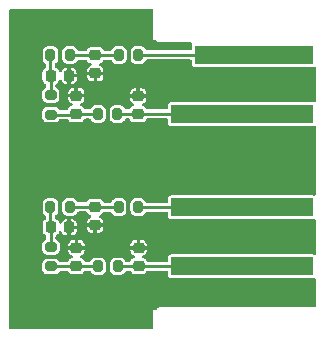
<source format=gtl>
G04 #@! TF.GenerationSoftware,KiCad,Pcbnew,(6.0.0)*
G04 #@! TF.CreationDate,2022-02-22T08:31:50+01:00*
G04 #@! TF.ProjectId,FilterDaughterboard,46696c74-6572-4446-9175-676874657262,rev?*
G04 #@! TF.SameCoordinates,Original*
G04 #@! TF.FileFunction,Copper,L1,Top*
G04 #@! TF.FilePolarity,Positive*
%FSLAX46Y46*%
G04 Gerber Fmt 4.6, Leading zero omitted, Abs format (unit mm)*
G04 Created by KiCad (PCBNEW (6.0.0)) date 2022-02-22 08:31:50*
%MOMM*%
%LPD*%
G01*
G04 APERTURE LIST*
G04 Aperture macros list*
%AMRoundRect*
0 Rectangle with rounded corners*
0 $1 Rounding radius*
0 $2 $3 $4 $5 $6 $7 $8 $9 X,Y pos of 4 corners*
0 Add a 4 corners polygon primitive as box body*
4,1,4,$2,$3,$4,$5,$6,$7,$8,$9,$2,$3,0*
0 Add four circle primitives for the rounded corners*
1,1,$1+$1,$2,$3*
1,1,$1+$1,$4,$5*
1,1,$1+$1,$6,$7*
1,1,$1+$1,$8,$9*
0 Add four rect primitives between the rounded corners*
20,1,$1+$1,$2,$3,$4,$5,0*
20,1,$1+$1,$4,$5,$6,$7,0*
20,1,$1+$1,$6,$7,$8,$9,0*
20,1,$1+$1,$8,$9,$2,$3,0*%
G04 Aperture macros list end*
G04 #@! TA.AperFunction,SMDPad,CuDef*
%ADD10RoundRect,0.225000X0.250000X-0.225000X0.250000X0.225000X-0.250000X0.225000X-0.250000X-0.225000X0*%
G04 #@! TD*
G04 #@! TA.AperFunction,SMDPad,CuDef*
%ADD11RoundRect,0.200000X-0.200000X-0.275000X0.200000X-0.275000X0.200000X0.275000X-0.200000X0.275000X0*%
G04 #@! TD*
G04 #@! TA.AperFunction,SMDPad,CuDef*
%ADD12RoundRect,0.200000X0.275000X-0.200000X0.275000X0.200000X-0.275000X0.200000X-0.275000X-0.200000X0*%
G04 #@! TD*
G04 #@! TA.AperFunction,SMDPad,CuDef*
%ADD13RoundRect,0.200000X0.200000X0.275000X-0.200000X0.275000X-0.200000X-0.275000X0.200000X-0.275000X0*%
G04 #@! TD*
G04 #@! TA.AperFunction,SMDPad,CuDef*
%ADD14RoundRect,0.200000X-0.275000X0.200000X-0.275000X-0.200000X0.275000X-0.200000X0.275000X0.200000X0*%
G04 #@! TD*
G04 #@! TA.AperFunction,SMDPad,CuDef*
%ADD15R,10.000000X1.500000*%
G04 #@! TD*
G04 #@! TA.AperFunction,SMDPad,CuDef*
%ADD16R,11.999999X1.500000*%
G04 #@! TD*
G04 #@! TA.AperFunction,SMDPad,CuDef*
%ADD17RoundRect,0.225000X-0.225000X-0.250000X0.225000X-0.250000X0.225000X0.250000X-0.225000X0.250000X0*%
G04 #@! TD*
G04 #@! TA.AperFunction,SMDPad,CuDef*
%ADD18RoundRect,0.225000X-0.250000X0.225000X-0.250000X-0.225000X0.250000X-0.225000X0.250000X0.225000X0*%
G04 #@! TD*
G04 #@! TA.AperFunction,ViaPad*
%ADD19C,0.762000*%
G04 #@! TD*
G04 #@! TA.AperFunction,Conductor*
%ADD20C,0.254000*%
G04 #@! TD*
G04 APERTURE END LIST*
D10*
X89570000Y-132785000D03*
X89570000Y-131235000D03*
X94840000Y-145665000D03*
X94840000Y-144115000D03*
D11*
X87385000Y-127800000D03*
X89035000Y-127800000D03*
D12*
X87420000Y-132835000D03*
X87420000Y-131185000D03*
D13*
X93055000Y-132790000D03*
X91405000Y-132790000D03*
D11*
X91435000Y-145690000D03*
X93085000Y-145690000D03*
D14*
X87430000Y-144045000D03*
X87430000Y-145695000D03*
D13*
X89035000Y-140670000D03*
X87385000Y-140670000D03*
D15*
X104612200Y-127787400D03*
D16*
X103612200Y-130287400D03*
X103612200Y-132787400D03*
X103612200Y-135287400D03*
X103612200Y-140687400D03*
X103612200Y-143187400D03*
X103612200Y-145687400D03*
X103612200Y-148187400D03*
D10*
X89590000Y-145665000D03*
X89590000Y-144115000D03*
D17*
X87415000Y-129540000D03*
X88965000Y-129540000D03*
D13*
X94815000Y-140670000D03*
X93165000Y-140670000D03*
D18*
X91180000Y-127805000D03*
X91180000Y-129355000D03*
D11*
X93175000Y-127800000D03*
X94825000Y-127800000D03*
D10*
X94810000Y-132805000D03*
X94810000Y-131255000D03*
D18*
X91170000Y-140655000D03*
X91170000Y-142205000D03*
D17*
X87425000Y-142390000D03*
X88975000Y-142390000D03*
D19*
X88520000Y-131550000D03*
X103590000Y-137940000D03*
X92190000Y-134040000D03*
X90010000Y-134030000D03*
X90670000Y-131550000D03*
X93760000Y-131550000D03*
X105770000Y-137940000D03*
X88524078Y-144410000D03*
X93770000Y-144410000D03*
X92380000Y-146680000D03*
X87000000Y-137940000D03*
X89900000Y-129150000D03*
X92260000Y-129110000D03*
X89180000Y-137940000D03*
X94450000Y-137940000D03*
X90090000Y-141790000D03*
X92270000Y-137940000D03*
X92270000Y-141800000D03*
X90640000Y-144410000D03*
X90020000Y-146790000D03*
D20*
X89035000Y-127800000D02*
X91175000Y-127800000D01*
X91175000Y-127800000D02*
X91180000Y-127805000D01*
X91185000Y-127800000D02*
X91180000Y-127805000D01*
X93175000Y-127800000D02*
X91185000Y-127800000D01*
X104612200Y-127787400D02*
X94837600Y-127787400D01*
X94837600Y-127787400D02*
X94825000Y-127800000D01*
X87420000Y-132835000D02*
X89520000Y-132835000D01*
X89520000Y-132835000D02*
X89570000Y-132785000D01*
X91405000Y-132790000D02*
X89575000Y-132790000D01*
X89575000Y-132790000D02*
X89570000Y-132785000D01*
X103612200Y-140687400D02*
X94832400Y-140687400D01*
X94832400Y-140687400D02*
X94815000Y-140670000D01*
X89050000Y-140655000D02*
X89035000Y-140670000D01*
X93165000Y-140670000D02*
X91185000Y-140670000D01*
X91170000Y-140655000D02*
X89050000Y-140655000D01*
X91185000Y-140670000D02*
X91170000Y-140655000D01*
X87385000Y-140670000D02*
X87385000Y-142350000D01*
X87425000Y-144040000D02*
X87430000Y-144045000D01*
X87425000Y-142390000D02*
X87425000Y-144040000D01*
X87385000Y-142350000D02*
X87425000Y-142390000D01*
X94795000Y-132790000D02*
X94810000Y-132805000D01*
X94810000Y-132805000D02*
X94827600Y-132787400D01*
X93055000Y-132790000D02*
X94795000Y-132790000D01*
X94827600Y-132787400D02*
X103612200Y-132787400D01*
X94840000Y-145665000D02*
X94862400Y-145687400D01*
X93085000Y-145690000D02*
X94815000Y-145690000D01*
X94815000Y-145690000D02*
X94840000Y-145665000D01*
X94862400Y-145687400D02*
X103612200Y-145687400D01*
X87415000Y-131180000D02*
X87420000Y-131185000D01*
X87385000Y-129510000D02*
X87415000Y-129540000D01*
X87415000Y-129540000D02*
X87415000Y-131180000D01*
X87385000Y-127800000D02*
X87385000Y-129510000D01*
X87430000Y-145695000D02*
X89560000Y-145695000D01*
X89590000Y-145665000D02*
X91410000Y-145665000D01*
X89560000Y-145695000D02*
X89590000Y-145665000D01*
X91410000Y-145665000D02*
X91435000Y-145690000D01*
G04 #@! TA.AperFunction,Conductor*
G36*
X97299823Y-146088902D02*
G01*
X97346316Y-146142558D01*
X97357702Y-146194900D01*
X97357702Y-146462466D01*
X97372467Y-146536701D01*
X97428717Y-146620884D01*
X97512900Y-146677134D01*
X97587134Y-146691900D01*
X103611713Y-146691900D01*
X109637265Y-146691899D01*
X109670834Y-146685222D01*
X109699621Y-146679497D01*
X109770335Y-146685826D01*
X109826401Y-146729382D01*
X109850200Y-146803076D01*
X109850200Y-149043400D01*
X109830198Y-149111521D01*
X109776542Y-149158014D01*
X109724200Y-149169400D01*
X96602670Y-149169400D01*
X96563122Y-149169365D01*
X96563120Y-149169365D01*
X96548933Y-149169353D01*
X96536143Y-149175495D01*
X96532074Y-149176419D01*
X96521272Y-149180192D01*
X96517516Y-149181999D01*
X96503679Y-149185156D01*
X96492581Y-149194000D01*
X96488491Y-149195968D01*
X96479727Y-149201466D01*
X96476178Y-149204289D01*
X96463387Y-149210431D01*
X96454526Y-149221511D01*
X96451266Y-149224104D01*
X96443160Y-149232196D01*
X96440560Y-149235453D01*
X96429463Y-149244296D01*
X96423299Y-149257074D01*
X96420472Y-149260616D01*
X96414953Y-149269381D01*
X96412980Y-149273462D01*
X96404118Y-149284544D01*
X96400938Y-149298372D01*
X96397135Y-149306239D01*
X96349479Y-149358864D01*
X96283695Y-149377400D01*
X95580200Y-149377400D01*
X95580200Y-146068900D01*
X97231702Y-146068900D01*
X97299823Y-146088902D01*
G37*
G04 #@! TD.AperFunction*
G04 #@! TA.AperFunction,Conductor*
G36*
X97299823Y-141088902D02*
G01*
X97346316Y-141142558D01*
X97357702Y-141194900D01*
X97357702Y-141462466D01*
X97372467Y-141536701D01*
X97428717Y-141620884D01*
X97512900Y-141677134D01*
X97587134Y-141691900D01*
X103611713Y-141691900D01*
X109637265Y-141691899D01*
X109670834Y-141685222D01*
X109699621Y-141679497D01*
X109770335Y-141685826D01*
X109826401Y-141729382D01*
X109850200Y-141803076D01*
X109850200Y-144571724D01*
X109830198Y-144639845D01*
X109776542Y-144686338D01*
X109699619Y-144695303D01*
X109637266Y-144682900D01*
X103612688Y-144682900D01*
X97587135Y-144682901D01*
X97551383Y-144690012D01*
X97525075Y-144695244D01*
X97525073Y-144695245D01*
X97512900Y-144697666D01*
X97502580Y-144704561D01*
X97502579Y-144704562D01*
X97442186Y-144744916D01*
X97428717Y-144753916D01*
X97372467Y-144838099D01*
X97357701Y-144912333D01*
X97357701Y-145179900D01*
X97337699Y-145248021D01*
X97284043Y-145294514D01*
X97231701Y-145305900D01*
X95580200Y-145305900D01*
X95580200Y-141068900D01*
X97231702Y-141068900D01*
X97299823Y-141088902D01*
G37*
G04 #@! TD.AperFunction*
G04 #@! TA.AperFunction,Conductor*
G36*
X97299823Y-133188902D02*
G01*
X97346316Y-133242558D01*
X97357702Y-133294900D01*
X97357702Y-133562466D01*
X97372467Y-133636701D01*
X97428717Y-133720884D01*
X97512900Y-133777134D01*
X97587134Y-133791900D01*
X103611713Y-133791900D01*
X109637265Y-133791899D01*
X109670834Y-133785222D01*
X109699621Y-133779497D01*
X109770335Y-133785826D01*
X109826401Y-133829382D01*
X109850200Y-133903076D01*
X109850200Y-139571724D01*
X109830198Y-139639845D01*
X109776542Y-139686338D01*
X109699619Y-139695303D01*
X109637266Y-139682900D01*
X103612688Y-139682900D01*
X97587135Y-139682901D01*
X97551383Y-139690012D01*
X97525075Y-139695244D01*
X97525073Y-139695245D01*
X97512900Y-139697666D01*
X97502580Y-139704561D01*
X97502579Y-139704562D01*
X97442186Y-139744916D01*
X97428717Y-139753916D01*
X97372467Y-139838099D01*
X97357701Y-139912333D01*
X97357701Y-140179900D01*
X97337699Y-140248021D01*
X97284043Y-140294514D01*
X97231701Y-140305900D01*
X95580200Y-140305900D01*
X95580200Y-133168900D01*
X97231702Y-133168900D01*
X97299823Y-133188902D01*
G37*
G04 #@! TD.AperFunction*
G04 #@! TA.AperFunction,Conductor*
G36*
X99299822Y-128188902D02*
G01*
X99346315Y-128242558D01*
X99357701Y-128294900D01*
X99357701Y-128562466D01*
X99372466Y-128636701D01*
X99428716Y-128720884D01*
X99512899Y-128777134D01*
X99587133Y-128791900D01*
X104611794Y-128791900D01*
X109637266Y-128791899D01*
X109699329Y-128779555D01*
X109699621Y-128779497D01*
X109770335Y-128785826D01*
X109826401Y-128829381D01*
X109850200Y-128903076D01*
X109850200Y-131671724D01*
X109830198Y-131739845D01*
X109776542Y-131786338D01*
X109699619Y-131795303D01*
X109637266Y-131782900D01*
X103612687Y-131782900D01*
X97587135Y-131782901D01*
X97551383Y-131790012D01*
X97525075Y-131795244D01*
X97525073Y-131795245D01*
X97512900Y-131797666D01*
X97502580Y-131804561D01*
X97502579Y-131804562D01*
X97442186Y-131844916D01*
X97428717Y-131853916D01*
X97372467Y-131938099D01*
X97357701Y-132012333D01*
X97357701Y-132279900D01*
X97337699Y-132348021D01*
X97284043Y-132394514D01*
X97231701Y-132405900D01*
X95580200Y-132405900D01*
X95580200Y-128168900D01*
X99231701Y-128168900D01*
X99299822Y-128188902D01*
G37*
G04 #@! TD.AperFunction*
G04 #@! TA.AperFunction,Conductor*
G36*
X96351859Y-126537402D02*
G01*
X96397274Y-126588759D01*
X96400800Y-126596085D01*
X96403956Y-126609921D01*
X96412800Y-126621019D01*
X96414768Y-126625109D01*
X96420266Y-126633873D01*
X96423089Y-126637422D01*
X96429231Y-126650213D01*
X96440311Y-126659074D01*
X96442904Y-126662334D01*
X96450996Y-126670440D01*
X96454253Y-126673040D01*
X96463096Y-126684137D01*
X96475874Y-126690301D01*
X96479416Y-126693128D01*
X96488182Y-126698648D01*
X96492264Y-126700621D01*
X96503344Y-126709482D01*
X96517169Y-126712661D01*
X96520923Y-126714476D01*
X96531727Y-126718270D01*
X96535792Y-126719201D01*
X96548570Y-126725364D01*
X96572501Y-126725385D01*
X96572499Y-126727608D01*
X96572567Y-126727623D01*
X96572567Y-126725400D01*
X96589730Y-126725400D01*
X96643146Y-126725447D01*
X96643467Y-126725447D01*
X96643565Y-126725400D01*
X99278858Y-126725400D01*
X99346979Y-126745402D01*
X99393472Y-126799058D01*
X99403576Y-126869332D01*
X99383623Y-126921402D01*
X99372466Y-126938099D01*
X99357700Y-127012333D01*
X99357700Y-127279900D01*
X99337698Y-127348021D01*
X99284042Y-127394514D01*
X99231700Y-127405900D01*
X95580200Y-127405900D01*
X95580200Y-126517400D01*
X96283738Y-126517400D01*
X96351859Y-126537402D01*
G37*
G04 #@! TD.AperFunction*
G04 #@! TA.AperFunction,Conductor*
G36*
X96030321Y-123921202D02*
G01*
X96076814Y-123974858D01*
X96088200Y-124027200D01*
X96088200Y-127279900D01*
X96068198Y-127348021D01*
X96014542Y-127394514D01*
X95962200Y-127405900D01*
X95554209Y-127405900D01*
X95486088Y-127385898D01*
X95439595Y-127332242D01*
X95435328Y-127321653D01*
X95434330Y-127318811D01*
X95431209Y-127309924D01*
X95350010Y-127199990D01*
X95240076Y-127118791D01*
X95111127Y-127073507D01*
X95103485Y-127072785D01*
X95103482Y-127072784D01*
X95088579Y-127071376D01*
X95079315Y-127070500D01*
X94825172Y-127070500D01*
X94570686Y-127070501D01*
X94567738Y-127070780D01*
X94567729Y-127070780D01*
X94546522Y-127072784D01*
X94546520Y-127072784D01*
X94538873Y-127073507D01*
X94409924Y-127118791D01*
X94299990Y-127199990D01*
X94218791Y-127309924D01*
X94173507Y-127438873D01*
X94170500Y-127470685D01*
X94170501Y-128129314D01*
X94170780Y-128132262D01*
X94170780Y-128132271D01*
X94172784Y-128153478D01*
X94173507Y-128161127D01*
X94218791Y-128290076D01*
X94299990Y-128400010D01*
X94409924Y-128481209D01*
X94538873Y-128526493D01*
X94546515Y-128527215D01*
X94546518Y-128527216D01*
X94561421Y-128528624D01*
X94570685Y-128529500D01*
X94824828Y-128529500D01*
X95079314Y-128529499D01*
X95082262Y-128529220D01*
X95082271Y-128529220D01*
X95103478Y-128527216D01*
X95103480Y-128527216D01*
X95111127Y-128526493D01*
X95240076Y-128481209D01*
X95350010Y-128400010D01*
X95431209Y-128290076D01*
X95434329Y-128281192D01*
X95434331Y-128281188D01*
X95444176Y-128253152D01*
X95485619Y-128195506D01*
X95551649Y-128169418D01*
X95563059Y-128168900D01*
X95962200Y-128168900D01*
X96030321Y-128188902D01*
X96076814Y-128242558D01*
X96088200Y-128294900D01*
X96088200Y-132279900D01*
X96068198Y-132348021D01*
X96014542Y-132394514D01*
X95962200Y-132405900D01*
X95590178Y-132405900D01*
X95522057Y-132385898D01*
X95485639Y-132346824D01*
X95484917Y-132347365D01*
X95479884Y-132340650D01*
X95402544Y-132237456D01*
X95395367Y-132232077D01*
X95299817Y-132160465D01*
X95299814Y-132160463D01*
X95292635Y-132155083D01*
X95230879Y-132131932D01*
X95207468Y-132123156D01*
X95150703Y-132080515D01*
X95126003Y-132013954D01*
X95141210Y-131944605D01*
X95191496Y-131894486D01*
X95209947Y-131886292D01*
X95256014Y-131870114D01*
X95272479Y-131861397D01*
X95362065Y-131795228D01*
X95375228Y-131782065D01*
X95441397Y-131692479D01*
X95450115Y-131676012D01*
X95487590Y-131569300D01*
X95490858Y-131554408D01*
X95492721Y-131534693D01*
X95493000Y-131528779D01*
X95493000Y-131423115D01*
X95488525Y-131407876D01*
X95487135Y-131406671D01*
X95479452Y-131405000D01*
X94145116Y-131405000D01*
X94129877Y-131409475D01*
X94128672Y-131410865D01*
X94127001Y-131418548D01*
X94127001Y-131528775D01*
X94127280Y-131534699D01*
X94129142Y-131554404D01*
X94132411Y-131569303D01*
X94169885Y-131676012D01*
X94178603Y-131692479D01*
X94244772Y-131782065D01*
X94257935Y-131795228D01*
X94347521Y-131861397D01*
X94363986Y-131870114D01*
X94410053Y-131886292D01*
X94467698Y-131927735D01*
X94493785Y-131993765D01*
X94480034Y-132063417D01*
X94430808Y-132114578D01*
X94412532Y-132123156D01*
X94389122Y-132131932D01*
X94327365Y-132155083D01*
X94320186Y-132160463D01*
X94320183Y-132160465D01*
X94224633Y-132232077D01*
X94217456Y-132237456D01*
X94135083Y-132347365D01*
X94134779Y-132347137D01*
X94088666Y-132393152D01*
X94028399Y-132408500D01*
X93788634Y-132408500D01*
X93720513Y-132388498D01*
X93674020Y-132334842D01*
X93669751Y-132324249D01*
X93661209Y-132299924D01*
X93655617Y-132292354D01*
X93655616Y-132292351D01*
X93585602Y-132197561D01*
X93580010Y-132189990D01*
X93470076Y-132108791D01*
X93341127Y-132063507D01*
X93333485Y-132062785D01*
X93333482Y-132062784D01*
X93318579Y-132061376D01*
X93309315Y-132060500D01*
X93055172Y-132060500D01*
X92800686Y-132060501D01*
X92797738Y-132060780D01*
X92797729Y-132060780D01*
X92776522Y-132062784D01*
X92776520Y-132062784D01*
X92768873Y-132063507D01*
X92639924Y-132108791D01*
X92529990Y-132189990D01*
X92448791Y-132299924D01*
X92403507Y-132428873D01*
X92400500Y-132460685D01*
X92400501Y-133119314D01*
X92403507Y-133151127D01*
X92448791Y-133280076D01*
X92529990Y-133390010D01*
X92639924Y-133471209D01*
X92768873Y-133516493D01*
X92776515Y-133517215D01*
X92776518Y-133517216D01*
X92791421Y-133518624D01*
X92800685Y-133519500D01*
X93054828Y-133519500D01*
X93309314Y-133519499D01*
X93312262Y-133519220D01*
X93312271Y-133519220D01*
X93333478Y-133517216D01*
X93333480Y-133517216D01*
X93341127Y-133516493D01*
X93470076Y-133471209D01*
X93580010Y-133390010D01*
X93598212Y-133365367D01*
X93655616Y-133287649D01*
X93655617Y-133287646D01*
X93661209Y-133280076D01*
X93669752Y-133255750D01*
X93711195Y-133198106D01*
X93777224Y-133172018D01*
X93788634Y-133171500D01*
X94013591Y-133171500D01*
X94081712Y-133191502D01*
X94128205Y-133245158D01*
X94131570Y-133253263D01*
X94135083Y-133262635D01*
X94217456Y-133372544D01*
X94224633Y-133377923D01*
X94320183Y-133449535D01*
X94320186Y-133449537D01*
X94327365Y-133454917D01*
X94335769Y-133458067D01*
X94335770Y-133458068D01*
X94448581Y-133500358D01*
X94448582Y-133500358D01*
X94455976Y-133503130D01*
X94463826Y-133503983D01*
X94463827Y-133503983D01*
X94511205Y-133509130D01*
X94514611Y-133509500D01*
X94809956Y-133509500D01*
X95105388Y-133509499D01*
X95108782Y-133509130D01*
X95108788Y-133509130D01*
X95156166Y-133503984D01*
X95156170Y-133503983D01*
X95164024Y-133503130D01*
X95292635Y-133454917D01*
X95299814Y-133449537D01*
X95299817Y-133449535D01*
X95395367Y-133377923D01*
X95402544Y-133372544D01*
X95422912Y-133345367D01*
X95479535Y-133269817D01*
X95479537Y-133269814D01*
X95484917Y-133262635D01*
X95489402Y-133250671D01*
X95491667Y-133247656D01*
X95492378Y-133246357D01*
X95492566Y-133246460D01*
X95532043Y-133193906D01*
X95598604Y-133169206D01*
X95607384Y-133168900D01*
X95962200Y-133168900D01*
X96030321Y-133188902D01*
X96076814Y-133242558D01*
X96088200Y-133294900D01*
X96088200Y-140179900D01*
X96068198Y-140248021D01*
X96014542Y-140294514D01*
X95962200Y-140305900D01*
X95554744Y-140305900D01*
X95486623Y-140285898D01*
X95440130Y-140232242D01*
X95435862Y-140221649D01*
X95430622Y-140206729D01*
X95421209Y-140179924D01*
X95340010Y-140069990D01*
X95230076Y-139988791D01*
X95101127Y-139943507D01*
X95093485Y-139942785D01*
X95093482Y-139942784D01*
X95078579Y-139941376D01*
X95069315Y-139940500D01*
X94815172Y-139940500D01*
X94560686Y-139940501D01*
X94557738Y-139940780D01*
X94557729Y-139940780D01*
X94536522Y-139942784D01*
X94536520Y-139942784D01*
X94528873Y-139943507D01*
X94399924Y-139988791D01*
X94289990Y-140069990D01*
X94208791Y-140179924D01*
X94163507Y-140308873D01*
X94160500Y-140340685D01*
X94160501Y-140999314D01*
X94163507Y-141031127D01*
X94208791Y-141160076D01*
X94289990Y-141270010D01*
X94399924Y-141351209D01*
X94528873Y-141396493D01*
X94536515Y-141397215D01*
X94536518Y-141397216D01*
X94551421Y-141398624D01*
X94560685Y-141399500D01*
X94814828Y-141399500D01*
X95069314Y-141399499D01*
X95072262Y-141399220D01*
X95072271Y-141399220D01*
X95093478Y-141397216D01*
X95093480Y-141397216D01*
X95101127Y-141396493D01*
X95230076Y-141351209D01*
X95340010Y-141270010D01*
X95421209Y-141160076D01*
X95424330Y-141151188D01*
X95428736Y-141142867D01*
X95430400Y-141143748D01*
X95465085Y-141095505D01*
X95531115Y-141069417D01*
X95542523Y-141068900D01*
X95962200Y-141068900D01*
X96030321Y-141088902D01*
X96076814Y-141142558D01*
X96088200Y-141194900D01*
X96088200Y-145179900D01*
X96068198Y-145248021D01*
X96014542Y-145294514D01*
X95962200Y-145305900D01*
X95639183Y-145305900D01*
X95571062Y-145285898D01*
X95524569Y-145232242D01*
X95521201Y-145224128D01*
X95518069Y-145215772D01*
X95518068Y-145215769D01*
X95514917Y-145207365D01*
X95432544Y-145097456D01*
X95422582Y-145089990D01*
X95329817Y-145020465D01*
X95329814Y-145020463D01*
X95322635Y-145015083D01*
X95297526Y-145005670D01*
X95237468Y-144983156D01*
X95180703Y-144940515D01*
X95156003Y-144873954D01*
X95171210Y-144804605D01*
X95221496Y-144754486D01*
X95239947Y-144746292D01*
X95286014Y-144730114D01*
X95302479Y-144721397D01*
X95392065Y-144655228D01*
X95405228Y-144642065D01*
X95471397Y-144552479D01*
X95480115Y-144536012D01*
X95517590Y-144429300D01*
X95520858Y-144414408D01*
X95522721Y-144394693D01*
X95523000Y-144388779D01*
X95523000Y-144283115D01*
X95518525Y-144267876D01*
X95517135Y-144266671D01*
X95509452Y-144265000D01*
X94175116Y-144265000D01*
X94159877Y-144269475D01*
X94158672Y-144270865D01*
X94157001Y-144278548D01*
X94157001Y-144388775D01*
X94157280Y-144394699D01*
X94159142Y-144414404D01*
X94162411Y-144429303D01*
X94199885Y-144536012D01*
X94208603Y-144552479D01*
X94274772Y-144642065D01*
X94287935Y-144655228D01*
X94377521Y-144721397D01*
X94393986Y-144730114D01*
X94440053Y-144746292D01*
X94497698Y-144787735D01*
X94523785Y-144853765D01*
X94510034Y-144923417D01*
X94460808Y-144974578D01*
X94442532Y-144983156D01*
X94382475Y-145005670D01*
X94357365Y-145015083D01*
X94350186Y-145020463D01*
X94350183Y-145020465D01*
X94257418Y-145089990D01*
X94247456Y-145097456D01*
X94242077Y-145104633D01*
X94170465Y-145200183D01*
X94170463Y-145200186D01*
X94165083Y-145207365D01*
X94161932Y-145215770D01*
X94161931Y-145215772D01*
X94157824Y-145226728D01*
X94115184Y-145283493D01*
X94048622Y-145308194D01*
X94039842Y-145308500D01*
X93818634Y-145308500D01*
X93750513Y-145288498D01*
X93704020Y-145234842D01*
X93699751Y-145224249D01*
X93699709Y-145224128D01*
X93691209Y-145199924D01*
X93685617Y-145192354D01*
X93685616Y-145192351D01*
X93615602Y-145097561D01*
X93610010Y-145089990D01*
X93500076Y-145008791D01*
X93371127Y-144963507D01*
X93363485Y-144962785D01*
X93363482Y-144962784D01*
X93348579Y-144961376D01*
X93339315Y-144960500D01*
X93085172Y-144960500D01*
X92830686Y-144960501D01*
X92827738Y-144960780D01*
X92827729Y-144960780D01*
X92806522Y-144962784D01*
X92806520Y-144962784D01*
X92798873Y-144963507D01*
X92669924Y-145008791D01*
X92559990Y-145089990D01*
X92478791Y-145199924D01*
X92433507Y-145328873D01*
X92430500Y-145360685D01*
X92430501Y-146019314D01*
X92433507Y-146051127D01*
X92478791Y-146180076D01*
X92559990Y-146290010D01*
X92669924Y-146371209D01*
X92798873Y-146416493D01*
X92806515Y-146417215D01*
X92806518Y-146417216D01*
X92821421Y-146418624D01*
X92830685Y-146419500D01*
X93084828Y-146419500D01*
X93339314Y-146419499D01*
X93342262Y-146419220D01*
X93342271Y-146419220D01*
X93363478Y-146417216D01*
X93363480Y-146417216D01*
X93371127Y-146416493D01*
X93500076Y-146371209D01*
X93610010Y-146290010D01*
X93622725Y-146272795D01*
X93685616Y-146187649D01*
X93685617Y-146187646D01*
X93691209Y-146180076D01*
X93699752Y-146155750D01*
X93741195Y-146098106D01*
X93807224Y-146072018D01*
X93818634Y-146071500D01*
X94063873Y-146071500D01*
X94131994Y-146091502D01*
X94162690Y-146124428D01*
X94165083Y-146122635D01*
X94247456Y-146232544D01*
X94254633Y-146237923D01*
X94350183Y-146309535D01*
X94350186Y-146309537D01*
X94357365Y-146314917D01*
X94365769Y-146318067D01*
X94365770Y-146318068D01*
X94478581Y-146360358D01*
X94478582Y-146360358D01*
X94485976Y-146363130D01*
X94493826Y-146363983D01*
X94493827Y-146363983D01*
X94541205Y-146369130D01*
X94544611Y-146369500D01*
X94839956Y-146369500D01*
X95135388Y-146369499D01*
X95138782Y-146369130D01*
X95138788Y-146369130D01*
X95186166Y-146363984D01*
X95186170Y-146363983D01*
X95194024Y-146363130D01*
X95322635Y-146314917D01*
X95329814Y-146309537D01*
X95329817Y-146309535D01*
X95425367Y-146237923D01*
X95432544Y-146232544D01*
X95514917Y-146122635D01*
X95517142Y-146124303D01*
X95557281Y-146084249D01*
X95617550Y-146068900D01*
X95962200Y-146068900D01*
X96030321Y-146088902D01*
X96076814Y-146142558D01*
X96088200Y-146194900D01*
X96088200Y-150902400D01*
X96068198Y-150970521D01*
X96014542Y-151017014D01*
X95962200Y-151028400D01*
X84022200Y-151028400D01*
X83954079Y-151008398D01*
X83907586Y-150954742D01*
X83896200Y-150902400D01*
X83896200Y-145440685D01*
X86700500Y-145440685D01*
X86700501Y-145949314D01*
X86703507Y-145981127D01*
X86748791Y-146110076D01*
X86829990Y-146220010D01*
X86939924Y-146301209D01*
X87068873Y-146346493D01*
X87076515Y-146347215D01*
X87076518Y-146347216D01*
X87091421Y-146348624D01*
X87100685Y-146349500D01*
X87429777Y-146349500D01*
X87759314Y-146349499D01*
X87762262Y-146349220D01*
X87762271Y-146349220D01*
X87783478Y-146347216D01*
X87783480Y-146347216D01*
X87791127Y-146346493D01*
X87920076Y-146301209D01*
X88030010Y-146220010D01*
X88098236Y-146127640D01*
X88154797Y-146084730D01*
X88199587Y-146076500D01*
X88817479Y-146076500D01*
X88885600Y-146096502D01*
X88918305Y-146126935D01*
X88992074Y-146225364D01*
X88992077Y-146225367D01*
X88997456Y-146232544D01*
X89004633Y-146237923D01*
X89100183Y-146309535D01*
X89100186Y-146309537D01*
X89107365Y-146314917D01*
X89115769Y-146318067D01*
X89115770Y-146318068D01*
X89228581Y-146360358D01*
X89228582Y-146360358D01*
X89235976Y-146363130D01*
X89243826Y-146363983D01*
X89243827Y-146363983D01*
X89291205Y-146369130D01*
X89294611Y-146369500D01*
X89589956Y-146369500D01*
X89885388Y-146369499D01*
X89888782Y-146369130D01*
X89888788Y-146369130D01*
X89936166Y-146363984D01*
X89936170Y-146363983D01*
X89944024Y-146363130D01*
X90072635Y-146314917D01*
X90079814Y-146309537D01*
X90079817Y-146309535D01*
X90175367Y-146237923D01*
X90182544Y-146232544D01*
X90264917Y-146122635D01*
X90268069Y-146114228D01*
X90269291Y-146111995D01*
X90319548Y-146061847D01*
X90379813Y-146046500D01*
X90692587Y-146046500D01*
X90760708Y-146066502D01*
X90807201Y-146120158D01*
X90811469Y-146130751D01*
X90816900Y-146146215D01*
X90828791Y-146180076D01*
X90909990Y-146290010D01*
X91019924Y-146371209D01*
X91148873Y-146416493D01*
X91156515Y-146417215D01*
X91156518Y-146417216D01*
X91171421Y-146418624D01*
X91180685Y-146419500D01*
X91434828Y-146419500D01*
X91689314Y-146419499D01*
X91692262Y-146419220D01*
X91692271Y-146419220D01*
X91713478Y-146417216D01*
X91713480Y-146417216D01*
X91721127Y-146416493D01*
X91850076Y-146371209D01*
X91960010Y-146290010D01*
X92041209Y-146180076D01*
X92086493Y-146051127D01*
X92089500Y-146019315D01*
X92089499Y-145360686D01*
X92088345Y-145348466D01*
X92087216Y-145336522D01*
X92087215Y-145336518D01*
X92086493Y-145328873D01*
X92041209Y-145199924D01*
X91960010Y-145089990D01*
X91850076Y-145008791D01*
X91721127Y-144963507D01*
X91713485Y-144962785D01*
X91713482Y-144962784D01*
X91698579Y-144961376D01*
X91689315Y-144960500D01*
X91435172Y-144960500D01*
X91180686Y-144960501D01*
X91177738Y-144960780D01*
X91177729Y-144960780D01*
X91156522Y-144962784D01*
X91156520Y-144962784D01*
X91148873Y-144963507D01*
X91019924Y-145008791D01*
X90909990Y-145089990D01*
X90828791Y-145199924D01*
X90825671Y-145208808D01*
X90821620Y-145216459D01*
X90772068Y-145267302D01*
X90710266Y-145283500D01*
X90379813Y-145283500D01*
X90311692Y-145263498D01*
X90269291Y-145218005D01*
X90268069Y-145215772D01*
X90264917Y-145207365D01*
X90182544Y-145097456D01*
X90172582Y-145089990D01*
X90079817Y-145020465D01*
X90079814Y-145020463D01*
X90072635Y-145015083D01*
X90047526Y-145005670D01*
X89987468Y-144983156D01*
X89930703Y-144940515D01*
X89906003Y-144873954D01*
X89921210Y-144804605D01*
X89971496Y-144754486D01*
X89989947Y-144746292D01*
X90036014Y-144730114D01*
X90052479Y-144721397D01*
X90142065Y-144655228D01*
X90155228Y-144642065D01*
X90221397Y-144552479D01*
X90230115Y-144536012D01*
X90267590Y-144429300D01*
X90270858Y-144414408D01*
X90272721Y-144394693D01*
X90273000Y-144388779D01*
X90273000Y-144283115D01*
X90268525Y-144267876D01*
X90267135Y-144266671D01*
X90259452Y-144265000D01*
X88925116Y-144265000D01*
X88909877Y-144269475D01*
X88908672Y-144270865D01*
X88907001Y-144278548D01*
X88907001Y-144388775D01*
X88907280Y-144394699D01*
X88909142Y-144414404D01*
X88912411Y-144429303D01*
X88949885Y-144536012D01*
X88958603Y-144552479D01*
X89024772Y-144642065D01*
X89037935Y-144655228D01*
X89127521Y-144721397D01*
X89143986Y-144730114D01*
X89190053Y-144746292D01*
X89247698Y-144787735D01*
X89273785Y-144853765D01*
X89260034Y-144923417D01*
X89210808Y-144974578D01*
X89192532Y-144983156D01*
X89132475Y-145005670D01*
X89107365Y-145015083D01*
X89100186Y-145020463D01*
X89100183Y-145020465D01*
X89007418Y-145089990D01*
X88997456Y-145097456D01*
X88915083Y-145207365D01*
X88911932Y-145215769D01*
X88911931Y-145215772D01*
X88905950Y-145231728D01*
X88863310Y-145288493D01*
X88796748Y-145313194D01*
X88787968Y-145313500D01*
X88199587Y-145313500D01*
X88131466Y-145293498D01*
X88098236Y-145262360D01*
X88035602Y-145177561D01*
X88030010Y-145169990D01*
X87920076Y-145088791D01*
X87791127Y-145043507D01*
X87783485Y-145042785D01*
X87783482Y-145042784D01*
X87768579Y-145041376D01*
X87759315Y-145040500D01*
X87430223Y-145040500D01*
X87100686Y-145040501D01*
X87097738Y-145040780D01*
X87097729Y-145040780D01*
X87076522Y-145042784D01*
X87076520Y-145042784D01*
X87068873Y-145043507D01*
X86939924Y-145088791D01*
X86829990Y-145169990D01*
X86748791Y-145279924D01*
X86703507Y-145408873D01*
X86700500Y-145440685D01*
X83896200Y-145440685D01*
X83896200Y-143790685D01*
X86700500Y-143790685D01*
X86700501Y-144299314D01*
X86703507Y-144331127D01*
X86748791Y-144460076D01*
X86829990Y-144570010D01*
X86939924Y-144651209D01*
X87068873Y-144696493D01*
X87076515Y-144697215D01*
X87076518Y-144697216D01*
X87091421Y-144698624D01*
X87100685Y-144699500D01*
X87429777Y-144699500D01*
X87759314Y-144699499D01*
X87762262Y-144699220D01*
X87762271Y-144699220D01*
X87783478Y-144697216D01*
X87783480Y-144697216D01*
X87791127Y-144696493D01*
X87920076Y-144651209D01*
X88030010Y-144570010D01*
X88111209Y-144460076D01*
X88156493Y-144331127D01*
X88159500Y-144299315D01*
X88159499Y-143946885D01*
X88907000Y-143946885D01*
X88911475Y-143962124D01*
X88912865Y-143963329D01*
X88920548Y-143965000D01*
X89421885Y-143965000D01*
X89437124Y-143960525D01*
X89438329Y-143959135D01*
X89440000Y-143951452D01*
X89440000Y-143946885D01*
X89740000Y-143946885D01*
X89744475Y-143962124D01*
X89745865Y-143963329D01*
X89753548Y-143965000D01*
X90254884Y-143965000D01*
X90270123Y-143960525D01*
X90271328Y-143959135D01*
X90272999Y-143951452D01*
X90272999Y-143946885D01*
X94157000Y-143946885D01*
X94161475Y-143962124D01*
X94162865Y-143963329D01*
X94170548Y-143965000D01*
X94671885Y-143965000D01*
X94687124Y-143960525D01*
X94688329Y-143959135D01*
X94690000Y-143951452D01*
X94690000Y-143946885D01*
X94990000Y-143946885D01*
X94994475Y-143962124D01*
X94995865Y-143963329D01*
X95003548Y-143965000D01*
X95504884Y-143965000D01*
X95520123Y-143960525D01*
X95521328Y-143959135D01*
X95522999Y-143951452D01*
X95522999Y-143841225D01*
X95522720Y-143835301D01*
X95520858Y-143815596D01*
X95517589Y-143800697D01*
X95480115Y-143693988D01*
X95471397Y-143677521D01*
X95405228Y-143587935D01*
X95392065Y-143574772D01*
X95302479Y-143508603D01*
X95286012Y-143499885D01*
X95179300Y-143462410D01*
X95164408Y-143459142D01*
X95144693Y-143457279D01*
X95138779Y-143457000D01*
X95008115Y-143457000D01*
X94992876Y-143461475D01*
X94991671Y-143462865D01*
X94990000Y-143470548D01*
X94990000Y-143946885D01*
X94690000Y-143946885D01*
X94690000Y-143475116D01*
X94685525Y-143459877D01*
X94684135Y-143458672D01*
X94676452Y-143457001D01*
X94541225Y-143457001D01*
X94535301Y-143457280D01*
X94515596Y-143459142D01*
X94500697Y-143462411D01*
X94393988Y-143499885D01*
X94377521Y-143508603D01*
X94287935Y-143574772D01*
X94274772Y-143587935D01*
X94208603Y-143677521D01*
X94199885Y-143693988D01*
X94162410Y-143800700D01*
X94159142Y-143815592D01*
X94157279Y-143835307D01*
X94157000Y-143841221D01*
X94157000Y-143946885D01*
X90272999Y-143946885D01*
X90272999Y-143841225D01*
X90272720Y-143835301D01*
X90270858Y-143815596D01*
X90267589Y-143800697D01*
X90230115Y-143693988D01*
X90221397Y-143677521D01*
X90155228Y-143587935D01*
X90142065Y-143574772D01*
X90052479Y-143508603D01*
X90036012Y-143499885D01*
X89929300Y-143462410D01*
X89914408Y-143459142D01*
X89894693Y-143457279D01*
X89888779Y-143457000D01*
X89758115Y-143457000D01*
X89742876Y-143461475D01*
X89741671Y-143462865D01*
X89740000Y-143470548D01*
X89740000Y-143946885D01*
X89440000Y-143946885D01*
X89440000Y-143475116D01*
X89435525Y-143459877D01*
X89434135Y-143458672D01*
X89426452Y-143457001D01*
X89291225Y-143457001D01*
X89285301Y-143457280D01*
X89265596Y-143459142D01*
X89250697Y-143462411D01*
X89143988Y-143499885D01*
X89127521Y-143508603D01*
X89037935Y-143574772D01*
X89024772Y-143587935D01*
X88958603Y-143677521D01*
X88949885Y-143693988D01*
X88912410Y-143800700D01*
X88909142Y-143815592D01*
X88907279Y-143835307D01*
X88907000Y-143841221D01*
X88907000Y-143946885D01*
X88159499Y-143946885D01*
X88159499Y-143790686D01*
X88156493Y-143758873D01*
X88111209Y-143629924D01*
X88030010Y-143519990D01*
X87920076Y-143438791D01*
X87911192Y-143435671D01*
X87911188Y-143435669D01*
X87890752Y-143428493D01*
X87833107Y-143387050D01*
X87807018Y-143321021D01*
X87806500Y-143309610D01*
X87806500Y-143179813D01*
X87826502Y-143111692D01*
X87871995Y-143069291D01*
X87874228Y-143068069D01*
X87882635Y-143064917D01*
X87992544Y-142982544D01*
X87997923Y-142975367D01*
X88069535Y-142879817D01*
X88069537Y-142879814D01*
X88074917Y-142872635D01*
X88079608Y-142860123D01*
X88106844Y-142787468D01*
X88149485Y-142730703D01*
X88216046Y-142706003D01*
X88285395Y-142721210D01*
X88335514Y-142771496D01*
X88343708Y-142789947D01*
X88359886Y-142836014D01*
X88368603Y-142852479D01*
X88434772Y-142942065D01*
X88447935Y-142955228D01*
X88537521Y-143021397D01*
X88553988Y-143030115D01*
X88660700Y-143067590D01*
X88675592Y-143070858D01*
X88695307Y-143072721D01*
X88701221Y-143073000D01*
X88806885Y-143073000D01*
X88822124Y-143068525D01*
X88823329Y-143067135D01*
X88825000Y-143059452D01*
X88825000Y-143054884D01*
X89125000Y-143054884D01*
X89129475Y-143070123D01*
X89130865Y-143071328D01*
X89138548Y-143072999D01*
X89248775Y-143072999D01*
X89254699Y-143072720D01*
X89274404Y-143070858D01*
X89289303Y-143067589D01*
X89396012Y-143030115D01*
X89412479Y-143021397D01*
X89502065Y-142955228D01*
X89515228Y-142942065D01*
X89581397Y-142852479D01*
X89590115Y-142836012D01*
X89627590Y-142729300D01*
X89630858Y-142714408D01*
X89632721Y-142694693D01*
X89633000Y-142688779D01*
X89633000Y-142558115D01*
X89628525Y-142542876D01*
X89627135Y-142541671D01*
X89619452Y-142540000D01*
X89143115Y-142540000D01*
X89127876Y-142544475D01*
X89126671Y-142545865D01*
X89125000Y-142553548D01*
X89125000Y-143054884D01*
X88825000Y-143054884D01*
X88825000Y-142478775D01*
X90487001Y-142478775D01*
X90487280Y-142484699D01*
X90489142Y-142504404D01*
X90492411Y-142519303D01*
X90529885Y-142626012D01*
X90538603Y-142642479D01*
X90604772Y-142732065D01*
X90617935Y-142745228D01*
X90707521Y-142811397D01*
X90723988Y-142820115D01*
X90830700Y-142857590D01*
X90845592Y-142860858D01*
X90865307Y-142862721D01*
X90871221Y-142863000D01*
X91001885Y-142863000D01*
X91017124Y-142858525D01*
X91018329Y-142857135D01*
X91020000Y-142849452D01*
X91020000Y-142844884D01*
X91320000Y-142844884D01*
X91324475Y-142860123D01*
X91325865Y-142861328D01*
X91333548Y-142862999D01*
X91468775Y-142862999D01*
X91474699Y-142862720D01*
X91494404Y-142860858D01*
X91509303Y-142857589D01*
X91616012Y-142820115D01*
X91632479Y-142811397D01*
X91722065Y-142745228D01*
X91735228Y-142732065D01*
X91801397Y-142642479D01*
X91810115Y-142626012D01*
X91847590Y-142519300D01*
X91850858Y-142504408D01*
X91852721Y-142484693D01*
X91853000Y-142478779D01*
X91853000Y-142373115D01*
X91848525Y-142357876D01*
X91847135Y-142356671D01*
X91839452Y-142355000D01*
X91338115Y-142355000D01*
X91322876Y-142359475D01*
X91321671Y-142360865D01*
X91320000Y-142368548D01*
X91320000Y-142844884D01*
X91020000Y-142844884D01*
X91020000Y-142373115D01*
X91015525Y-142357876D01*
X91014135Y-142356671D01*
X91006452Y-142355000D01*
X90505116Y-142355000D01*
X90489877Y-142359475D01*
X90488672Y-142360865D01*
X90487001Y-142368548D01*
X90487001Y-142478775D01*
X88825000Y-142478775D01*
X88825000Y-142221885D01*
X89125000Y-142221885D01*
X89129475Y-142237124D01*
X89130865Y-142238329D01*
X89138548Y-142240000D01*
X89614884Y-142240000D01*
X89630123Y-142235525D01*
X89631328Y-142234135D01*
X89632999Y-142226452D01*
X89632999Y-142091225D01*
X89632720Y-142085301D01*
X89630858Y-142065596D01*
X89627589Y-142050697D01*
X89590115Y-141943988D01*
X89581397Y-141927521D01*
X89515228Y-141837935D01*
X89502065Y-141824772D01*
X89412479Y-141758603D01*
X89396012Y-141749885D01*
X89289300Y-141712410D01*
X89274408Y-141709142D01*
X89254693Y-141707279D01*
X89248779Y-141707000D01*
X89143115Y-141707000D01*
X89127876Y-141711475D01*
X89126671Y-141712865D01*
X89125000Y-141720548D01*
X89125000Y-142221885D01*
X88825000Y-142221885D01*
X88825000Y-141725116D01*
X88820525Y-141709877D01*
X88819135Y-141708672D01*
X88811452Y-141707001D01*
X88701225Y-141707001D01*
X88695301Y-141707280D01*
X88675596Y-141709142D01*
X88660697Y-141712411D01*
X88553988Y-141749885D01*
X88537521Y-141758603D01*
X88447935Y-141824772D01*
X88434772Y-141837935D01*
X88368603Y-141927521D01*
X88359886Y-141943986D01*
X88343708Y-141990053D01*
X88302265Y-142047698D01*
X88236235Y-142073785D01*
X88166583Y-142060034D01*
X88115422Y-142010808D01*
X88106844Y-141992532D01*
X88078068Y-141915770D01*
X88078067Y-141915769D01*
X88074917Y-141907365D01*
X88069537Y-141900186D01*
X88069535Y-141900183D01*
X87997923Y-141804633D01*
X87992544Y-141797456D01*
X87974574Y-141783988D01*
X87889817Y-141720465D01*
X87889814Y-141720463D01*
X87882635Y-141715083D01*
X87848270Y-141702200D01*
X87791507Y-141659561D01*
X87766806Y-141593000D01*
X87766500Y-141584219D01*
X87766500Y-141439587D01*
X87786502Y-141371466D01*
X87817640Y-141338236D01*
X87902439Y-141275602D01*
X87910010Y-141270010D01*
X87991209Y-141160076D01*
X88036493Y-141031127D01*
X88039500Y-140999315D01*
X88039499Y-140340686D01*
X88039499Y-140340685D01*
X88380500Y-140340685D01*
X88380501Y-140999314D01*
X88383507Y-141031127D01*
X88428791Y-141160076D01*
X88509990Y-141270010D01*
X88619924Y-141351209D01*
X88748873Y-141396493D01*
X88756515Y-141397215D01*
X88756518Y-141397216D01*
X88771421Y-141398624D01*
X88780685Y-141399500D01*
X89034828Y-141399500D01*
X89289314Y-141399499D01*
X89292262Y-141399220D01*
X89292271Y-141399220D01*
X89313478Y-141397216D01*
X89313480Y-141397216D01*
X89321127Y-141396493D01*
X89450076Y-141351209D01*
X89560010Y-141270010D01*
X89641209Y-141160076D01*
X89655019Y-141120751D01*
X89696462Y-141063106D01*
X89762491Y-141037018D01*
X89773901Y-141036500D01*
X90380187Y-141036500D01*
X90448308Y-141056502D01*
X90490709Y-141101995D01*
X90491931Y-141104228D01*
X90495083Y-141112635D01*
X90577456Y-141222544D01*
X90584633Y-141227923D01*
X90680183Y-141299535D01*
X90680186Y-141299537D01*
X90687365Y-141304917D01*
X90695769Y-141308067D01*
X90695770Y-141308068D01*
X90772532Y-141336844D01*
X90829297Y-141379485D01*
X90853997Y-141446046D01*
X90838790Y-141515395D01*
X90788504Y-141565514D01*
X90770053Y-141573708D01*
X90723986Y-141589886D01*
X90707521Y-141598603D01*
X90617935Y-141664772D01*
X90604772Y-141677935D01*
X90538603Y-141767521D01*
X90529885Y-141783988D01*
X90492410Y-141890700D01*
X90489142Y-141905592D01*
X90487279Y-141925307D01*
X90487000Y-141931221D01*
X90487000Y-142036885D01*
X90491475Y-142052124D01*
X90492865Y-142053329D01*
X90500548Y-142055000D01*
X91834884Y-142055000D01*
X91850123Y-142050525D01*
X91851328Y-142049135D01*
X91852999Y-142041452D01*
X91852999Y-141931225D01*
X91852720Y-141925301D01*
X91850858Y-141905596D01*
X91847589Y-141890697D01*
X91810115Y-141783988D01*
X91801397Y-141767521D01*
X91735228Y-141677935D01*
X91722065Y-141664772D01*
X91632479Y-141598603D01*
X91616014Y-141589886D01*
X91569947Y-141573708D01*
X91512302Y-141532265D01*
X91486215Y-141466235D01*
X91499966Y-141396583D01*
X91549192Y-141345422D01*
X91567468Y-141336844D01*
X91644230Y-141308068D01*
X91644231Y-141308067D01*
X91652635Y-141304917D01*
X91659814Y-141299537D01*
X91659817Y-141299535D01*
X91755367Y-141227923D01*
X91762544Y-141222544D01*
X91844917Y-141112635D01*
X91845221Y-141112863D01*
X91891334Y-141066848D01*
X91951601Y-141051500D01*
X92431366Y-141051500D01*
X92499487Y-141071502D01*
X92545980Y-141125158D01*
X92550247Y-141135745D01*
X92558791Y-141160076D01*
X92564383Y-141167646D01*
X92564384Y-141167649D01*
X92599630Y-141215367D01*
X92639990Y-141270010D01*
X92749924Y-141351209D01*
X92878873Y-141396493D01*
X92886515Y-141397215D01*
X92886518Y-141397216D01*
X92901421Y-141398624D01*
X92910685Y-141399500D01*
X93164828Y-141399500D01*
X93419314Y-141399499D01*
X93422262Y-141399220D01*
X93422271Y-141399220D01*
X93443478Y-141397216D01*
X93443480Y-141397216D01*
X93451127Y-141396493D01*
X93580076Y-141351209D01*
X93690010Y-141270010D01*
X93771209Y-141160076D01*
X93816493Y-141031127D01*
X93819500Y-140999315D01*
X93819499Y-140340686D01*
X93816493Y-140308873D01*
X93771209Y-140179924D01*
X93690010Y-140069990D01*
X93580076Y-139988791D01*
X93451127Y-139943507D01*
X93443485Y-139942785D01*
X93443482Y-139942784D01*
X93428579Y-139941376D01*
X93419315Y-139940500D01*
X93165172Y-139940500D01*
X92910686Y-139940501D01*
X92907738Y-139940780D01*
X92907729Y-139940780D01*
X92886522Y-139942784D01*
X92886520Y-139942784D01*
X92878873Y-139943507D01*
X92749924Y-139988791D01*
X92639990Y-140069990D01*
X92634398Y-140077561D01*
X92564384Y-140172351D01*
X92564383Y-140172354D01*
X92558791Y-140179924D01*
X92550249Y-140204249D01*
X92508805Y-140261894D01*
X92442776Y-140287982D01*
X92431366Y-140288500D01*
X91966409Y-140288500D01*
X91898288Y-140268498D01*
X91851795Y-140214842D01*
X91848427Y-140206729D01*
X91848068Y-140205770D01*
X91848067Y-140205769D01*
X91844917Y-140197365D01*
X91762544Y-140087456D01*
X91749341Y-140077561D01*
X91659817Y-140010465D01*
X91659814Y-140010463D01*
X91652635Y-140005083D01*
X91624103Y-139994387D01*
X91531419Y-139959642D01*
X91531418Y-139959642D01*
X91524024Y-139956870D01*
X91516174Y-139956017D01*
X91516173Y-139956017D01*
X91468786Y-139950869D01*
X91468785Y-139950869D01*
X91465389Y-139950500D01*
X91170044Y-139950500D01*
X90874612Y-139950501D01*
X90871218Y-139950870D01*
X90871212Y-139950870D01*
X90823834Y-139956016D01*
X90823830Y-139956017D01*
X90815976Y-139956870D01*
X90687365Y-140005083D01*
X90680186Y-140010463D01*
X90680183Y-140010465D01*
X90590659Y-140077561D01*
X90577456Y-140087456D01*
X90495083Y-140197365D01*
X90491931Y-140205772D01*
X90490709Y-140208005D01*
X90440452Y-140258153D01*
X90380187Y-140273500D01*
X89763366Y-140273500D01*
X89695245Y-140253498D01*
X89648752Y-140199842D01*
X89644485Y-140189252D01*
X89644331Y-140188813D01*
X89644330Y-140188811D01*
X89641209Y-140179924D01*
X89560010Y-140069990D01*
X89450076Y-139988791D01*
X89321127Y-139943507D01*
X89313485Y-139942785D01*
X89313482Y-139942784D01*
X89298579Y-139941376D01*
X89289315Y-139940500D01*
X89035172Y-139940500D01*
X88780686Y-139940501D01*
X88777738Y-139940780D01*
X88777729Y-139940780D01*
X88756522Y-139942784D01*
X88756520Y-139942784D01*
X88748873Y-139943507D01*
X88619924Y-139988791D01*
X88509990Y-140069990D01*
X88428791Y-140179924D01*
X88383507Y-140308873D01*
X88380500Y-140340685D01*
X88039499Y-140340685D01*
X88036493Y-140308873D01*
X87991209Y-140179924D01*
X87910010Y-140069990D01*
X87800076Y-139988791D01*
X87671127Y-139943507D01*
X87663485Y-139942785D01*
X87663482Y-139942784D01*
X87648579Y-139941376D01*
X87639315Y-139940500D01*
X87385172Y-139940500D01*
X87130686Y-139940501D01*
X87127738Y-139940780D01*
X87127729Y-139940780D01*
X87106522Y-139942784D01*
X87106520Y-139942784D01*
X87098873Y-139943507D01*
X86969924Y-139988791D01*
X86859990Y-140069990D01*
X86778791Y-140179924D01*
X86733507Y-140308873D01*
X86730500Y-140340685D01*
X86730501Y-140999314D01*
X86733507Y-141031127D01*
X86778791Y-141160076D01*
X86859990Y-141270010D01*
X86867561Y-141275602D01*
X86952360Y-141338236D01*
X86995270Y-141394797D01*
X87003500Y-141439587D01*
X87003500Y-141624974D01*
X86983498Y-141693095D01*
X86953065Y-141725800D01*
X86864636Y-141792074D01*
X86864633Y-141792077D01*
X86857456Y-141797456D01*
X86852077Y-141804633D01*
X86780465Y-141900183D01*
X86780463Y-141900186D01*
X86775083Y-141907365D01*
X86726870Y-142035976D01*
X86726017Y-142043826D01*
X86726017Y-142043827D01*
X86725440Y-142049135D01*
X86720500Y-142094611D01*
X86720501Y-142685388D01*
X86720870Y-142688782D01*
X86720870Y-142688788D01*
X86725271Y-142729300D01*
X86726870Y-142744024D01*
X86755395Y-142820115D01*
X86770393Y-142860123D01*
X86775083Y-142872635D01*
X86780463Y-142879814D01*
X86780465Y-142879817D01*
X86852077Y-142975367D01*
X86857456Y-142982544D01*
X86967365Y-143064917D01*
X86975772Y-143068069D01*
X86978005Y-143069291D01*
X87028153Y-143119548D01*
X87043500Y-143179813D01*
X87043500Y-143313122D01*
X87023498Y-143381243D01*
X86969842Y-143427736D01*
X86959252Y-143432003D01*
X86948812Y-143435669D01*
X86948808Y-143435671D01*
X86939924Y-143438791D01*
X86829990Y-143519990D01*
X86748791Y-143629924D01*
X86703507Y-143758873D01*
X86700500Y-143790685D01*
X83896200Y-143790685D01*
X83896200Y-132580685D01*
X86690500Y-132580685D01*
X86690501Y-133089314D01*
X86693507Y-133121127D01*
X86738791Y-133250076D01*
X86819990Y-133360010D01*
X86929924Y-133441209D01*
X87058873Y-133486493D01*
X87066515Y-133487215D01*
X87066518Y-133487216D01*
X87081421Y-133488624D01*
X87090685Y-133489500D01*
X87419777Y-133489500D01*
X87749314Y-133489499D01*
X87752262Y-133489220D01*
X87752271Y-133489220D01*
X87773478Y-133487216D01*
X87773480Y-133487216D01*
X87781127Y-133486493D01*
X87910076Y-133441209D01*
X88020010Y-133360010D01*
X88088236Y-133267640D01*
X88144797Y-133224730D01*
X88189587Y-133216500D01*
X88812468Y-133216500D01*
X88880589Y-133236502D01*
X88913294Y-133266934D01*
X88934254Y-133294900D01*
X88977456Y-133352544D01*
X88984633Y-133357923D01*
X89080183Y-133429535D01*
X89080186Y-133429537D01*
X89087365Y-133434917D01*
X89095769Y-133438067D01*
X89095770Y-133438068D01*
X89208581Y-133480358D01*
X89208582Y-133480358D01*
X89215976Y-133483130D01*
X89223826Y-133483983D01*
X89223827Y-133483983D01*
X89253587Y-133487216D01*
X89274611Y-133489500D01*
X89569956Y-133489500D01*
X89865388Y-133489499D01*
X89868782Y-133489130D01*
X89868788Y-133489130D01*
X89916166Y-133483984D01*
X89916170Y-133483983D01*
X89924024Y-133483130D01*
X90052635Y-133434917D01*
X90059814Y-133429537D01*
X90059817Y-133429535D01*
X90155367Y-133357923D01*
X90162544Y-133352544D01*
X90244917Y-133242635D01*
X90247317Y-133236234D01*
X90296812Y-133186846D01*
X90357076Y-133171500D01*
X90671366Y-133171500D01*
X90739487Y-133191502D01*
X90785980Y-133245158D01*
X90790247Y-133255745D01*
X90798791Y-133280076D01*
X90804383Y-133287646D01*
X90804384Y-133287649D01*
X90861788Y-133365367D01*
X90879990Y-133390010D01*
X90989924Y-133471209D01*
X91118873Y-133516493D01*
X91126515Y-133517215D01*
X91126518Y-133517216D01*
X91141421Y-133518624D01*
X91150685Y-133519500D01*
X91404828Y-133519500D01*
X91659314Y-133519499D01*
X91662262Y-133519220D01*
X91662271Y-133519220D01*
X91683478Y-133517216D01*
X91683480Y-133517216D01*
X91691127Y-133516493D01*
X91820076Y-133471209D01*
X91930010Y-133390010D01*
X92011209Y-133280076D01*
X92056493Y-133151127D01*
X92059500Y-133119315D01*
X92059499Y-132460686D01*
X92058345Y-132448466D01*
X92057216Y-132436522D01*
X92057215Y-132436518D01*
X92056493Y-132428873D01*
X92011209Y-132299924D01*
X91930010Y-132189990D01*
X91820076Y-132108791D01*
X91691127Y-132063507D01*
X91683485Y-132062785D01*
X91683482Y-132062784D01*
X91668579Y-132061376D01*
X91659315Y-132060500D01*
X91405172Y-132060500D01*
X91150686Y-132060501D01*
X91147738Y-132060780D01*
X91147729Y-132060780D01*
X91126522Y-132062784D01*
X91126520Y-132062784D01*
X91118873Y-132063507D01*
X90989924Y-132108791D01*
X90879990Y-132189990D01*
X90874398Y-132197561D01*
X90804384Y-132292351D01*
X90804383Y-132292354D01*
X90798791Y-132299924D01*
X90790249Y-132324249D01*
X90748805Y-132381894D01*
X90682776Y-132407982D01*
X90671366Y-132408500D01*
X90362551Y-132408500D01*
X90294430Y-132388498D01*
X90252030Y-132343007D01*
X90248067Y-132335769D01*
X90244917Y-132327365D01*
X90162544Y-132217456D01*
X90155367Y-132212077D01*
X90059817Y-132140465D01*
X90059814Y-132140463D01*
X90052635Y-132135083D01*
X89967468Y-132103156D01*
X89910703Y-132060515D01*
X89886003Y-131993954D01*
X89901210Y-131924605D01*
X89951496Y-131874486D01*
X89969947Y-131866292D01*
X90016014Y-131850114D01*
X90032479Y-131841397D01*
X90122065Y-131775228D01*
X90135228Y-131762065D01*
X90201397Y-131672479D01*
X90210115Y-131656012D01*
X90247590Y-131549300D01*
X90250858Y-131534408D01*
X90252721Y-131514693D01*
X90253000Y-131508779D01*
X90253000Y-131403115D01*
X90248525Y-131387876D01*
X90247135Y-131386671D01*
X90239452Y-131385000D01*
X88905116Y-131385000D01*
X88889877Y-131389475D01*
X88888672Y-131390865D01*
X88887001Y-131398548D01*
X88887001Y-131508775D01*
X88887280Y-131514699D01*
X88889142Y-131534404D01*
X88892411Y-131549303D01*
X88929885Y-131656012D01*
X88938603Y-131672479D01*
X89004772Y-131762065D01*
X89017935Y-131775228D01*
X89107521Y-131841397D01*
X89123986Y-131850114D01*
X89170053Y-131866292D01*
X89227698Y-131907735D01*
X89253785Y-131973765D01*
X89240034Y-132043417D01*
X89190808Y-132094578D01*
X89172531Y-132103156D01*
X89087365Y-132135083D01*
X89080186Y-132140463D01*
X89080183Y-132140465D01*
X88984633Y-132212077D01*
X88977456Y-132217456D01*
X88972077Y-132224633D01*
X88900465Y-132320183D01*
X88900463Y-132320186D01*
X88895083Y-132327365D01*
X88891933Y-132335769D01*
X88891932Y-132335770D01*
X88878452Y-132371729D01*
X88835811Y-132428494D01*
X88769250Y-132453194D01*
X88760470Y-132453500D01*
X88189587Y-132453500D01*
X88121466Y-132433498D01*
X88088236Y-132402360D01*
X88047216Y-132346824D01*
X88020010Y-132309990D01*
X87910076Y-132228791D01*
X87781127Y-132183507D01*
X87773485Y-132182785D01*
X87773482Y-132182784D01*
X87758579Y-132181376D01*
X87749315Y-132180500D01*
X87420223Y-132180500D01*
X87090686Y-132180501D01*
X87087738Y-132180780D01*
X87087729Y-132180780D01*
X87066522Y-132182784D01*
X87066520Y-132182784D01*
X87058873Y-132183507D01*
X86929924Y-132228791D01*
X86819990Y-132309990D01*
X86738791Y-132419924D01*
X86693507Y-132548873D01*
X86690500Y-132580685D01*
X83896200Y-132580685D01*
X83896200Y-130930685D01*
X86690500Y-130930685D01*
X86690501Y-131439314D01*
X86693507Y-131471127D01*
X86738791Y-131600076D01*
X86819990Y-131710010D01*
X86929924Y-131791209D01*
X87058873Y-131836493D01*
X87066515Y-131837215D01*
X87066518Y-131837216D01*
X87081421Y-131838624D01*
X87090685Y-131839500D01*
X87419777Y-131839500D01*
X87749314Y-131839499D01*
X87752262Y-131839220D01*
X87752271Y-131839220D01*
X87773478Y-131837216D01*
X87773480Y-131837216D01*
X87781127Y-131836493D01*
X87910076Y-131791209D01*
X88020010Y-131710010D01*
X88101209Y-131600076D01*
X88146493Y-131471127D01*
X88149500Y-131439315D01*
X88149499Y-131086885D01*
X94127000Y-131086885D01*
X94131475Y-131102124D01*
X94132865Y-131103329D01*
X94140548Y-131105000D01*
X94641885Y-131105000D01*
X94657124Y-131100525D01*
X94658329Y-131099135D01*
X94660000Y-131091452D01*
X94660000Y-131086885D01*
X94960000Y-131086885D01*
X94964475Y-131102124D01*
X94965865Y-131103329D01*
X94973548Y-131105000D01*
X95474884Y-131105000D01*
X95490123Y-131100525D01*
X95491328Y-131099135D01*
X95492999Y-131091452D01*
X95492999Y-130981225D01*
X95492720Y-130975301D01*
X95490858Y-130955596D01*
X95487589Y-130940697D01*
X95450115Y-130833988D01*
X95441397Y-130817521D01*
X95375228Y-130727935D01*
X95362065Y-130714772D01*
X95272479Y-130648603D01*
X95256012Y-130639885D01*
X95149300Y-130602410D01*
X95134408Y-130599142D01*
X95114693Y-130597279D01*
X95108779Y-130597000D01*
X94978115Y-130597000D01*
X94962876Y-130601475D01*
X94961671Y-130602865D01*
X94960000Y-130610548D01*
X94960000Y-131086885D01*
X94660000Y-131086885D01*
X94660000Y-130615116D01*
X94655525Y-130599877D01*
X94654135Y-130598672D01*
X94646452Y-130597001D01*
X94511225Y-130597001D01*
X94505301Y-130597280D01*
X94485596Y-130599142D01*
X94470697Y-130602411D01*
X94363988Y-130639885D01*
X94347521Y-130648603D01*
X94257935Y-130714772D01*
X94244772Y-130727935D01*
X94178603Y-130817521D01*
X94169885Y-130833988D01*
X94132410Y-130940700D01*
X94129142Y-130955592D01*
X94127279Y-130975307D01*
X94127000Y-130981221D01*
X94127000Y-131086885D01*
X88149499Y-131086885D01*
X88149499Y-131066885D01*
X88887000Y-131066885D01*
X88891475Y-131082124D01*
X88892865Y-131083329D01*
X88900548Y-131085000D01*
X89401885Y-131085000D01*
X89417124Y-131080525D01*
X89418329Y-131079135D01*
X89420000Y-131071452D01*
X89420000Y-131066885D01*
X89720000Y-131066885D01*
X89724475Y-131082124D01*
X89725865Y-131083329D01*
X89733548Y-131085000D01*
X90234884Y-131085000D01*
X90250123Y-131080525D01*
X90251328Y-131079135D01*
X90252999Y-131071452D01*
X90252999Y-130961225D01*
X90252720Y-130955301D01*
X90250858Y-130935596D01*
X90247589Y-130920697D01*
X90210115Y-130813988D01*
X90201397Y-130797521D01*
X90135228Y-130707935D01*
X90122065Y-130694772D01*
X90032479Y-130628603D01*
X90016012Y-130619885D01*
X89909300Y-130582410D01*
X89894408Y-130579142D01*
X89874693Y-130577279D01*
X89868779Y-130577000D01*
X89738115Y-130577000D01*
X89722876Y-130581475D01*
X89721671Y-130582865D01*
X89720000Y-130590548D01*
X89720000Y-131066885D01*
X89420000Y-131066885D01*
X89420000Y-130595116D01*
X89415525Y-130579877D01*
X89414135Y-130578672D01*
X89406452Y-130577001D01*
X89271225Y-130577001D01*
X89265301Y-130577280D01*
X89245596Y-130579142D01*
X89230697Y-130582411D01*
X89123988Y-130619885D01*
X89107521Y-130628603D01*
X89017935Y-130694772D01*
X89004772Y-130707935D01*
X88938603Y-130797521D01*
X88929885Y-130813988D01*
X88892410Y-130920700D01*
X88889142Y-130935592D01*
X88887279Y-130955307D01*
X88887000Y-130961221D01*
X88887000Y-131066885D01*
X88149499Y-131066885D01*
X88149499Y-130930686D01*
X88148556Y-130920700D01*
X88147216Y-130906522D01*
X88147215Y-130906518D01*
X88146493Y-130898873D01*
X88101209Y-130769924D01*
X88020010Y-130659990D01*
X87910076Y-130578791D01*
X87901192Y-130575671D01*
X87901188Y-130575669D01*
X87880752Y-130568493D01*
X87823107Y-130527050D01*
X87797018Y-130461021D01*
X87796500Y-130449610D01*
X87796500Y-130329813D01*
X87816502Y-130261692D01*
X87861995Y-130219291D01*
X87864228Y-130218069D01*
X87872635Y-130214917D01*
X87982544Y-130132544D01*
X87987923Y-130125367D01*
X88059535Y-130029817D01*
X88059537Y-130029814D01*
X88064917Y-130022635D01*
X88069608Y-130010123D01*
X88096844Y-129937468D01*
X88139485Y-129880703D01*
X88206046Y-129856003D01*
X88275395Y-129871210D01*
X88325514Y-129921496D01*
X88333708Y-129939947D01*
X88349886Y-129986014D01*
X88358603Y-130002479D01*
X88424772Y-130092065D01*
X88437935Y-130105228D01*
X88527521Y-130171397D01*
X88543988Y-130180115D01*
X88650700Y-130217590D01*
X88665592Y-130220858D01*
X88685307Y-130222721D01*
X88691221Y-130223000D01*
X88796885Y-130223000D01*
X88812124Y-130218525D01*
X88813329Y-130217135D01*
X88815000Y-130209452D01*
X88815000Y-130204884D01*
X89115000Y-130204884D01*
X89119475Y-130220123D01*
X89120865Y-130221328D01*
X89128548Y-130222999D01*
X89238775Y-130222999D01*
X89244699Y-130222720D01*
X89264404Y-130220858D01*
X89279303Y-130217589D01*
X89386012Y-130180115D01*
X89402479Y-130171397D01*
X89492065Y-130105228D01*
X89505228Y-130092065D01*
X89571397Y-130002479D01*
X89580115Y-129986012D01*
X89617590Y-129879300D01*
X89620858Y-129864408D01*
X89622721Y-129844693D01*
X89623000Y-129838779D01*
X89623000Y-129708115D01*
X89618525Y-129692876D01*
X89617135Y-129691671D01*
X89609452Y-129690000D01*
X89133115Y-129690000D01*
X89117876Y-129694475D01*
X89116671Y-129695865D01*
X89115000Y-129703548D01*
X89115000Y-130204884D01*
X88815000Y-130204884D01*
X88815000Y-129628775D01*
X90497001Y-129628775D01*
X90497280Y-129634699D01*
X90499142Y-129654404D01*
X90502411Y-129669303D01*
X90539885Y-129776012D01*
X90548603Y-129792479D01*
X90614772Y-129882065D01*
X90627935Y-129895228D01*
X90717521Y-129961397D01*
X90733988Y-129970115D01*
X90840700Y-130007590D01*
X90855592Y-130010858D01*
X90875307Y-130012721D01*
X90881221Y-130013000D01*
X91011885Y-130013000D01*
X91027124Y-130008525D01*
X91028329Y-130007135D01*
X91030000Y-129999452D01*
X91030000Y-129994884D01*
X91330000Y-129994884D01*
X91334475Y-130010123D01*
X91335865Y-130011328D01*
X91343548Y-130012999D01*
X91478775Y-130012999D01*
X91484699Y-130012720D01*
X91504404Y-130010858D01*
X91519303Y-130007589D01*
X91626012Y-129970115D01*
X91642479Y-129961397D01*
X91732065Y-129895228D01*
X91745228Y-129882065D01*
X91811397Y-129792479D01*
X91820115Y-129776012D01*
X91857590Y-129669300D01*
X91860858Y-129654408D01*
X91862721Y-129634693D01*
X91863000Y-129628779D01*
X91863000Y-129523115D01*
X91858525Y-129507876D01*
X91857135Y-129506671D01*
X91849452Y-129505000D01*
X91348115Y-129505000D01*
X91332876Y-129509475D01*
X91331671Y-129510865D01*
X91330000Y-129518548D01*
X91330000Y-129994884D01*
X91030000Y-129994884D01*
X91030000Y-129523115D01*
X91025525Y-129507876D01*
X91024135Y-129506671D01*
X91016452Y-129505000D01*
X90515116Y-129505000D01*
X90499877Y-129509475D01*
X90498672Y-129510865D01*
X90497001Y-129518548D01*
X90497001Y-129628775D01*
X88815000Y-129628775D01*
X88815000Y-129371885D01*
X89115000Y-129371885D01*
X89119475Y-129387124D01*
X89120865Y-129388329D01*
X89128548Y-129390000D01*
X89604884Y-129390000D01*
X89620123Y-129385525D01*
X89621328Y-129384135D01*
X89622999Y-129376452D01*
X89622999Y-129241225D01*
X89622720Y-129235301D01*
X89620858Y-129215596D01*
X89617589Y-129200697D01*
X89580115Y-129093988D01*
X89571397Y-129077521D01*
X89505228Y-128987935D01*
X89492065Y-128974772D01*
X89402479Y-128908603D01*
X89386012Y-128899885D01*
X89279300Y-128862410D01*
X89264408Y-128859142D01*
X89244693Y-128857279D01*
X89238779Y-128857000D01*
X89133115Y-128857000D01*
X89117876Y-128861475D01*
X89116671Y-128862865D01*
X89115000Y-128870548D01*
X89115000Y-129371885D01*
X88815000Y-129371885D01*
X88815000Y-128875116D01*
X88810525Y-128859877D01*
X88809135Y-128858672D01*
X88801452Y-128857001D01*
X88691225Y-128857001D01*
X88685301Y-128857280D01*
X88665596Y-128859142D01*
X88650697Y-128862411D01*
X88543988Y-128899885D01*
X88527521Y-128908603D01*
X88437935Y-128974772D01*
X88424772Y-128987935D01*
X88358603Y-129077521D01*
X88349886Y-129093986D01*
X88333708Y-129140053D01*
X88292265Y-129197698D01*
X88226235Y-129223785D01*
X88156583Y-129210034D01*
X88105422Y-129160808D01*
X88096844Y-129142532D01*
X88068068Y-129065770D01*
X88068067Y-129065769D01*
X88064917Y-129057365D01*
X88059537Y-129050186D01*
X88059535Y-129050183D01*
X87987923Y-128954633D01*
X87982544Y-128947456D01*
X87872635Y-128865083D01*
X87864231Y-128861932D01*
X87864228Y-128861931D01*
X87848272Y-128855950D01*
X87791507Y-128813310D01*
X87766806Y-128746748D01*
X87766500Y-128737968D01*
X87766500Y-128569587D01*
X87786502Y-128501466D01*
X87817640Y-128468236D01*
X87902439Y-128405602D01*
X87910010Y-128400010D01*
X87991209Y-128290076D01*
X88036493Y-128161127D01*
X88039500Y-128129315D01*
X88039499Y-127470686D01*
X88039499Y-127470685D01*
X88380500Y-127470685D01*
X88380501Y-128129314D01*
X88380780Y-128132262D01*
X88380780Y-128132271D01*
X88382784Y-128153478D01*
X88383507Y-128161127D01*
X88428791Y-128290076D01*
X88509990Y-128400010D01*
X88619924Y-128481209D01*
X88748873Y-128526493D01*
X88756515Y-128527215D01*
X88756518Y-128527216D01*
X88771421Y-128528624D01*
X88780685Y-128529500D01*
X89034828Y-128529500D01*
X89289314Y-128529499D01*
X89292262Y-128529220D01*
X89292271Y-128529220D01*
X89313478Y-128527216D01*
X89313480Y-128527216D01*
X89321127Y-128526493D01*
X89450076Y-128481209D01*
X89560010Y-128400010D01*
X89635613Y-128297653D01*
X89635616Y-128297649D01*
X89635617Y-128297646D01*
X89641209Y-128290076D01*
X89649752Y-128265750D01*
X89691195Y-128208106D01*
X89757224Y-128182018D01*
X89768634Y-128181500D01*
X90387449Y-128181500D01*
X90455570Y-128201502D01*
X90497970Y-128246993D01*
X90501933Y-128254231D01*
X90505083Y-128262635D01*
X90587456Y-128372544D01*
X90594633Y-128377923D01*
X90690183Y-128449535D01*
X90690186Y-128449537D01*
X90697365Y-128454917D01*
X90705769Y-128458067D01*
X90705770Y-128458068D01*
X90782532Y-128486844D01*
X90839297Y-128529485D01*
X90863997Y-128596046D01*
X90848790Y-128665395D01*
X90798504Y-128715514D01*
X90780053Y-128723708D01*
X90733986Y-128739886D01*
X90717521Y-128748603D01*
X90627935Y-128814772D01*
X90614772Y-128827935D01*
X90548603Y-128917521D01*
X90539885Y-128933988D01*
X90502410Y-129040700D01*
X90499142Y-129055592D01*
X90497279Y-129075307D01*
X90497000Y-129081221D01*
X90497000Y-129186885D01*
X90501475Y-129202124D01*
X90502865Y-129203329D01*
X90510548Y-129205000D01*
X91844884Y-129205000D01*
X91860123Y-129200525D01*
X91861328Y-129199135D01*
X91862999Y-129191452D01*
X91862999Y-129081225D01*
X91862720Y-129075301D01*
X91860858Y-129055596D01*
X91857589Y-129040697D01*
X91820115Y-128933988D01*
X91811397Y-128917521D01*
X91745228Y-128827935D01*
X91732065Y-128814772D01*
X91642479Y-128748603D01*
X91626014Y-128739886D01*
X91579947Y-128723708D01*
X91522302Y-128682265D01*
X91496215Y-128616235D01*
X91509966Y-128546583D01*
X91559192Y-128495422D01*
X91577468Y-128486844D01*
X91654230Y-128458068D01*
X91654231Y-128458067D01*
X91662635Y-128454917D01*
X91669814Y-128449537D01*
X91669817Y-128449535D01*
X91765367Y-128377923D01*
X91772544Y-128372544D01*
X91854917Y-128262635D01*
X91858067Y-128254231D01*
X91862030Y-128246993D01*
X91912288Y-128196846D01*
X91972551Y-128181500D01*
X92441366Y-128181500D01*
X92509487Y-128201502D01*
X92555980Y-128255158D01*
X92560247Y-128265745D01*
X92568791Y-128290076D01*
X92574383Y-128297646D01*
X92574384Y-128297649D01*
X92574387Y-128297653D01*
X92649990Y-128400010D01*
X92759924Y-128481209D01*
X92888873Y-128526493D01*
X92896515Y-128527215D01*
X92896518Y-128527216D01*
X92911421Y-128528624D01*
X92920685Y-128529500D01*
X93174828Y-128529500D01*
X93429314Y-128529499D01*
X93432262Y-128529220D01*
X93432271Y-128529220D01*
X93453478Y-128527216D01*
X93453480Y-128527216D01*
X93461127Y-128526493D01*
X93590076Y-128481209D01*
X93700010Y-128400010D01*
X93781209Y-128290076D01*
X93826493Y-128161127D01*
X93829500Y-128129315D01*
X93829499Y-127470686D01*
X93827400Y-127448466D01*
X93827216Y-127446522D01*
X93827215Y-127446518D01*
X93826493Y-127438873D01*
X93781209Y-127309924D01*
X93700010Y-127199990D01*
X93590076Y-127118791D01*
X93461127Y-127073507D01*
X93453485Y-127072785D01*
X93453482Y-127072784D01*
X93438579Y-127071376D01*
X93429315Y-127070500D01*
X93175172Y-127070500D01*
X92920686Y-127070501D01*
X92917738Y-127070780D01*
X92917729Y-127070780D01*
X92896522Y-127072784D01*
X92896520Y-127072784D01*
X92888873Y-127073507D01*
X92759924Y-127118791D01*
X92649990Y-127199990D01*
X92644398Y-127207561D01*
X92574384Y-127302351D01*
X92574383Y-127302354D01*
X92568791Y-127309924D01*
X92560954Y-127332242D01*
X92560249Y-127334249D01*
X92518805Y-127391894D01*
X92452776Y-127417982D01*
X92441366Y-127418500D01*
X91967076Y-127418500D01*
X91898955Y-127398498D01*
X91857352Y-127353862D01*
X91854917Y-127347365D01*
X91772544Y-127237456D01*
X91722554Y-127199990D01*
X91669817Y-127160465D01*
X91669814Y-127160463D01*
X91662635Y-127155083D01*
X91557499Y-127115670D01*
X91541419Y-127109642D01*
X91541418Y-127109642D01*
X91534024Y-127106870D01*
X91526174Y-127106017D01*
X91526173Y-127106017D01*
X91478786Y-127100869D01*
X91478785Y-127100869D01*
X91475389Y-127100500D01*
X91180044Y-127100500D01*
X90884612Y-127100501D01*
X90881218Y-127100870D01*
X90881212Y-127100870D01*
X90833834Y-127106016D01*
X90833830Y-127106017D01*
X90825976Y-127106870D01*
X90697365Y-127155083D01*
X90690186Y-127160463D01*
X90690183Y-127160465D01*
X90637446Y-127199990D01*
X90587456Y-127237456D01*
X90505083Y-127347365D01*
X90502683Y-127353766D01*
X90453188Y-127403154D01*
X90392924Y-127418500D01*
X89768634Y-127418500D01*
X89700513Y-127398498D01*
X89654020Y-127344842D01*
X89649751Y-127334249D01*
X89649046Y-127332242D01*
X89641209Y-127309924D01*
X89635617Y-127302354D01*
X89635616Y-127302351D01*
X89565602Y-127207561D01*
X89560010Y-127199990D01*
X89450076Y-127118791D01*
X89321127Y-127073507D01*
X89313485Y-127072785D01*
X89313482Y-127072784D01*
X89298579Y-127071376D01*
X89289315Y-127070500D01*
X89035172Y-127070500D01*
X88780686Y-127070501D01*
X88777738Y-127070780D01*
X88777729Y-127070780D01*
X88756522Y-127072784D01*
X88756520Y-127072784D01*
X88748873Y-127073507D01*
X88619924Y-127118791D01*
X88509990Y-127199990D01*
X88428791Y-127309924D01*
X88383507Y-127438873D01*
X88380500Y-127470685D01*
X88039499Y-127470685D01*
X88037400Y-127448466D01*
X88037216Y-127446522D01*
X88037215Y-127446518D01*
X88036493Y-127438873D01*
X87991209Y-127309924D01*
X87910010Y-127199990D01*
X87800076Y-127118791D01*
X87671127Y-127073507D01*
X87663485Y-127072785D01*
X87663482Y-127072784D01*
X87648579Y-127071376D01*
X87639315Y-127070500D01*
X87385172Y-127070500D01*
X87130686Y-127070501D01*
X87127738Y-127070780D01*
X87127729Y-127070780D01*
X87106522Y-127072784D01*
X87106520Y-127072784D01*
X87098873Y-127073507D01*
X86969924Y-127118791D01*
X86859990Y-127199990D01*
X86778791Y-127309924D01*
X86733507Y-127438873D01*
X86730500Y-127470685D01*
X86730501Y-128129314D01*
X86730780Y-128132262D01*
X86730780Y-128132271D01*
X86732784Y-128153478D01*
X86733507Y-128161127D01*
X86778791Y-128290076D01*
X86859990Y-128400010D01*
X86867561Y-128405602D01*
X86952360Y-128468236D01*
X86995270Y-128524797D01*
X87003500Y-128569587D01*
X87003500Y-128767479D01*
X86983498Y-128835600D01*
X86953065Y-128868305D01*
X86854636Y-128942074D01*
X86854633Y-128942077D01*
X86847456Y-128947456D01*
X86842077Y-128954633D01*
X86770465Y-129050183D01*
X86770463Y-129050186D01*
X86765083Y-129057365D01*
X86716870Y-129185976D01*
X86716017Y-129193826D01*
X86716017Y-129193827D01*
X86715440Y-129199135D01*
X86710500Y-129244611D01*
X86710501Y-129835388D01*
X86710870Y-129838782D01*
X86710870Y-129838788D01*
X86715271Y-129879300D01*
X86716870Y-129894024D01*
X86745395Y-129970115D01*
X86760393Y-130010123D01*
X86765083Y-130022635D01*
X86770463Y-130029814D01*
X86770465Y-130029817D01*
X86842077Y-130125367D01*
X86847456Y-130132544D01*
X86957365Y-130214917D01*
X86965772Y-130218069D01*
X86968005Y-130219291D01*
X87018153Y-130269548D01*
X87033500Y-130329813D01*
X87033500Y-130453122D01*
X87013498Y-130521243D01*
X86959842Y-130567736D01*
X86949252Y-130572003D01*
X86938812Y-130575669D01*
X86938808Y-130575671D01*
X86929924Y-130578791D01*
X86819990Y-130659990D01*
X86738791Y-130769924D01*
X86693507Y-130898873D01*
X86690500Y-130930685D01*
X83896200Y-130930685D01*
X83896200Y-124027200D01*
X83916202Y-123959079D01*
X83969858Y-123912586D01*
X84022200Y-123901200D01*
X95962200Y-123901200D01*
X96030321Y-123921202D01*
G37*
G04 #@! TD.AperFunction*
M02*

</source>
